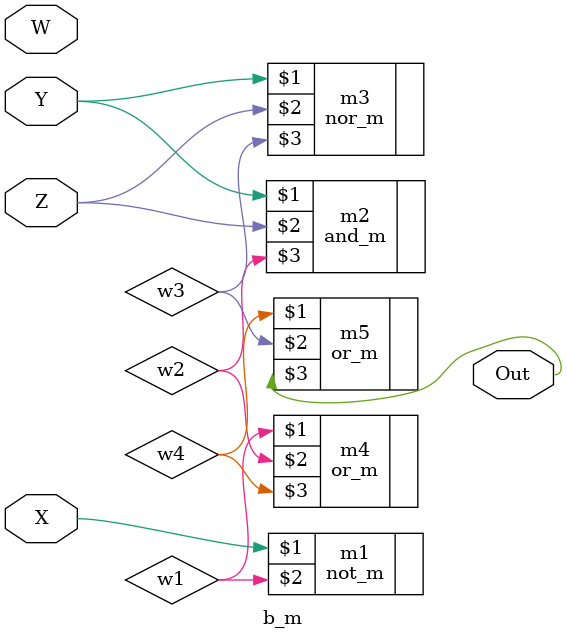
<source format=v>
module b_m(W,X,Y,Z,Out);

input W,X,Y,Z;
output Out;

wire w1,w2,w3,w4;

not_m m1(X,w1);
and_m m2(Y,Z,w2);
nor_m m3(Y,Z,w3);

or_m m4(w1,w2,w4);
or_m m5(w4,w3,Out);

endmodule

</source>
